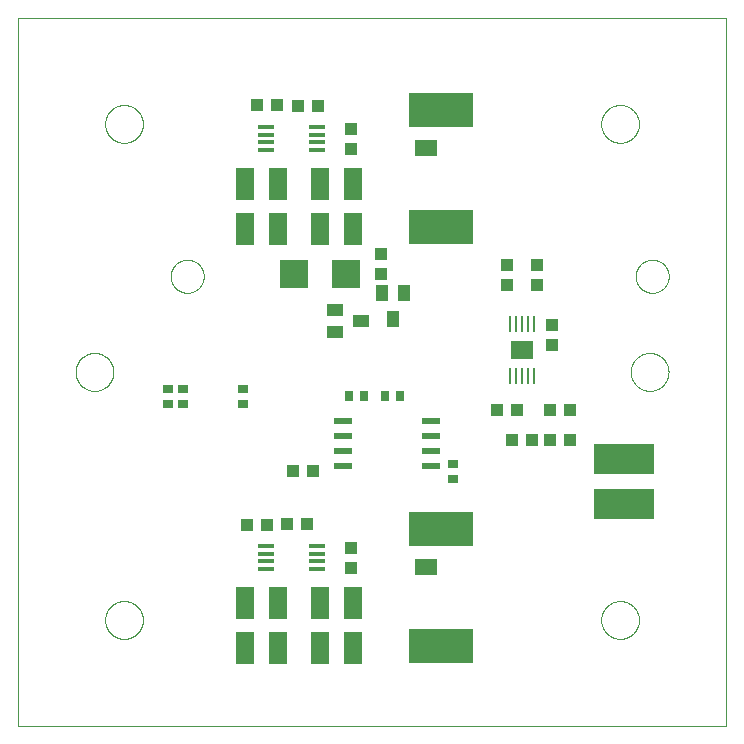
<source format=gtp>
G75*
%MOIN*%
%OFA0B0*%
%FSLAX25Y25*%
%IPPOS*%
%LPD*%
%AMOC8*
5,1,8,0,0,1.08239X$1,22.5*
%
%ADD10C,0.00000*%
%ADD11R,0.03937X0.04331*%
%ADD12R,0.06299X0.10630*%
%ADD13R,0.04331X0.03937*%
%ADD14R,0.09449X0.09449*%
%ADD15R,0.05512X0.03937*%
%ADD16R,0.03937X0.05512*%
%ADD17R,0.05433X0.01772*%
%ADD18R,0.07480X0.05512*%
%ADD19R,0.21260X0.11417*%
%ADD20R,0.01100X0.05600*%
%ADD21R,0.07400X0.06200*%
%ADD22R,0.06100X0.02100*%
%ADD23R,0.03543X0.02756*%
%ADD24R,0.02756X0.03543*%
%ADD25R,0.20000X0.10000*%
D10*
X0001000Y0001000D02*
X0001000Y0237220D01*
X0237220Y0237220D01*
X0237220Y0001000D01*
X0001000Y0001000D01*
X0030134Y0036433D02*
X0030136Y0036591D01*
X0030142Y0036749D01*
X0030152Y0036907D01*
X0030166Y0037065D01*
X0030184Y0037222D01*
X0030205Y0037379D01*
X0030231Y0037535D01*
X0030261Y0037691D01*
X0030294Y0037846D01*
X0030332Y0037999D01*
X0030373Y0038152D01*
X0030418Y0038304D01*
X0030467Y0038455D01*
X0030520Y0038604D01*
X0030576Y0038752D01*
X0030636Y0038898D01*
X0030700Y0039043D01*
X0030768Y0039186D01*
X0030839Y0039328D01*
X0030913Y0039468D01*
X0030991Y0039605D01*
X0031073Y0039741D01*
X0031157Y0039875D01*
X0031246Y0040006D01*
X0031337Y0040135D01*
X0031432Y0040262D01*
X0031529Y0040387D01*
X0031630Y0040509D01*
X0031734Y0040628D01*
X0031841Y0040745D01*
X0031951Y0040859D01*
X0032064Y0040970D01*
X0032179Y0041079D01*
X0032297Y0041184D01*
X0032418Y0041286D01*
X0032541Y0041386D01*
X0032667Y0041482D01*
X0032795Y0041575D01*
X0032925Y0041665D01*
X0033058Y0041751D01*
X0033193Y0041835D01*
X0033329Y0041914D01*
X0033468Y0041991D01*
X0033609Y0042063D01*
X0033751Y0042133D01*
X0033895Y0042198D01*
X0034041Y0042260D01*
X0034188Y0042318D01*
X0034337Y0042373D01*
X0034487Y0042424D01*
X0034638Y0042471D01*
X0034790Y0042514D01*
X0034943Y0042553D01*
X0035098Y0042589D01*
X0035253Y0042620D01*
X0035409Y0042648D01*
X0035565Y0042672D01*
X0035722Y0042692D01*
X0035880Y0042708D01*
X0036037Y0042720D01*
X0036196Y0042728D01*
X0036354Y0042732D01*
X0036512Y0042732D01*
X0036670Y0042728D01*
X0036829Y0042720D01*
X0036986Y0042708D01*
X0037144Y0042692D01*
X0037301Y0042672D01*
X0037457Y0042648D01*
X0037613Y0042620D01*
X0037768Y0042589D01*
X0037923Y0042553D01*
X0038076Y0042514D01*
X0038228Y0042471D01*
X0038379Y0042424D01*
X0038529Y0042373D01*
X0038678Y0042318D01*
X0038825Y0042260D01*
X0038971Y0042198D01*
X0039115Y0042133D01*
X0039257Y0042063D01*
X0039398Y0041991D01*
X0039537Y0041914D01*
X0039673Y0041835D01*
X0039808Y0041751D01*
X0039941Y0041665D01*
X0040071Y0041575D01*
X0040199Y0041482D01*
X0040325Y0041386D01*
X0040448Y0041286D01*
X0040569Y0041184D01*
X0040687Y0041079D01*
X0040802Y0040970D01*
X0040915Y0040859D01*
X0041025Y0040745D01*
X0041132Y0040628D01*
X0041236Y0040509D01*
X0041337Y0040387D01*
X0041434Y0040262D01*
X0041529Y0040135D01*
X0041620Y0040006D01*
X0041709Y0039875D01*
X0041793Y0039741D01*
X0041875Y0039605D01*
X0041953Y0039468D01*
X0042027Y0039328D01*
X0042098Y0039186D01*
X0042166Y0039043D01*
X0042230Y0038898D01*
X0042290Y0038752D01*
X0042346Y0038604D01*
X0042399Y0038455D01*
X0042448Y0038304D01*
X0042493Y0038152D01*
X0042534Y0037999D01*
X0042572Y0037846D01*
X0042605Y0037691D01*
X0042635Y0037535D01*
X0042661Y0037379D01*
X0042682Y0037222D01*
X0042700Y0037065D01*
X0042714Y0036907D01*
X0042724Y0036749D01*
X0042730Y0036591D01*
X0042732Y0036433D01*
X0042730Y0036275D01*
X0042724Y0036117D01*
X0042714Y0035959D01*
X0042700Y0035801D01*
X0042682Y0035644D01*
X0042661Y0035487D01*
X0042635Y0035331D01*
X0042605Y0035175D01*
X0042572Y0035020D01*
X0042534Y0034867D01*
X0042493Y0034714D01*
X0042448Y0034562D01*
X0042399Y0034411D01*
X0042346Y0034262D01*
X0042290Y0034114D01*
X0042230Y0033968D01*
X0042166Y0033823D01*
X0042098Y0033680D01*
X0042027Y0033538D01*
X0041953Y0033398D01*
X0041875Y0033261D01*
X0041793Y0033125D01*
X0041709Y0032991D01*
X0041620Y0032860D01*
X0041529Y0032731D01*
X0041434Y0032604D01*
X0041337Y0032479D01*
X0041236Y0032357D01*
X0041132Y0032238D01*
X0041025Y0032121D01*
X0040915Y0032007D01*
X0040802Y0031896D01*
X0040687Y0031787D01*
X0040569Y0031682D01*
X0040448Y0031580D01*
X0040325Y0031480D01*
X0040199Y0031384D01*
X0040071Y0031291D01*
X0039941Y0031201D01*
X0039808Y0031115D01*
X0039673Y0031031D01*
X0039537Y0030952D01*
X0039398Y0030875D01*
X0039257Y0030803D01*
X0039115Y0030733D01*
X0038971Y0030668D01*
X0038825Y0030606D01*
X0038678Y0030548D01*
X0038529Y0030493D01*
X0038379Y0030442D01*
X0038228Y0030395D01*
X0038076Y0030352D01*
X0037923Y0030313D01*
X0037768Y0030277D01*
X0037613Y0030246D01*
X0037457Y0030218D01*
X0037301Y0030194D01*
X0037144Y0030174D01*
X0036986Y0030158D01*
X0036829Y0030146D01*
X0036670Y0030138D01*
X0036512Y0030134D01*
X0036354Y0030134D01*
X0036196Y0030138D01*
X0036037Y0030146D01*
X0035880Y0030158D01*
X0035722Y0030174D01*
X0035565Y0030194D01*
X0035409Y0030218D01*
X0035253Y0030246D01*
X0035098Y0030277D01*
X0034943Y0030313D01*
X0034790Y0030352D01*
X0034638Y0030395D01*
X0034487Y0030442D01*
X0034337Y0030493D01*
X0034188Y0030548D01*
X0034041Y0030606D01*
X0033895Y0030668D01*
X0033751Y0030733D01*
X0033609Y0030803D01*
X0033468Y0030875D01*
X0033329Y0030952D01*
X0033193Y0031031D01*
X0033058Y0031115D01*
X0032925Y0031201D01*
X0032795Y0031291D01*
X0032667Y0031384D01*
X0032541Y0031480D01*
X0032418Y0031580D01*
X0032297Y0031682D01*
X0032179Y0031787D01*
X0032064Y0031896D01*
X0031951Y0032007D01*
X0031841Y0032121D01*
X0031734Y0032238D01*
X0031630Y0032357D01*
X0031529Y0032479D01*
X0031432Y0032604D01*
X0031337Y0032731D01*
X0031246Y0032860D01*
X0031157Y0032991D01*
X0031073Y0033125D01*
X0030991Y0033261D01*
X0030913Y0033398D01*
X0030839Y0033538D01*
X0030768Y0033680D01*
X0030700Y0033823D01*
X0030636Y0033968D01*
X0030576Y0034114D01*
X0030520Y0034262D01*
X0030467Y0034411D01*
X0030418Y0034562D01*
X0030373Y0034714D01*
X0030332Y0034867D01*
X0030294Y0035020D01*
X0030261Y0035175D01*
X0030231Y0035331D01*
X0030205Y0035487D01*
X0030184Y0035644D01*
X0030166Y0035801D01*
X0030152Y0035959D01*
X0030142Y0036117D01*
X0030136Y0036275D01*
X0030134Y0036433D01*
X0020292Y0119110D02*
X0020294Y0119268D01*
X0020300Y0119426D01*
X0020310Y0119584D01*
X0020324Y0119742D01*
X0020342Y0119899D01*
X0020363Y0120056D01*
X0020389Y0120212D01*
X0020419Y0120368D01*
X0020452Y0120523D01*
X0020490Y0120676D01*
X0020531Y0120829D01*
X0020576Y0120981D01*
X0020625Y0121132D01*
X0020678Y0121281D01*
X0020734Y0121429D01*
X0020794Y0121575D01*
X0020858Y0121720D01*
X0020926Y0121863D01*
X0020997Y0122005D01*
X0021071Y0122145D01*
X0021149Y0122282D01*
X0021231Y0122418D01*
X0021315Y0122552D01*
X0021404Y0122683D01*
X0021495Y0122812D01*
X0021590Y0122939D01*
X0021687Y0123064D01*
X0021788Y0123186D01*
X0021892Y0123305D01*
X0021999Y0123422D01*
X0022109Y0123536D01*
X0022222Y0123647D01*
X0022337Y0123756D01*
X0022455Y0123861D01*
X0022576Y0123963D01*
X0022699Y0124063D01*
X0022825Y0124159D01*
X0022953Y0124252D01*
X0023083Y0124342D01*
X0023216Y0124428D01*
X0023351Y0124512D01*
X0023487Y0124591D01*
X0023626Y0124668D01*
X0023767Y0124740D01*
X0023909Y0124810D01*
X0024053Y0124875D01*
X0024199Y0124937D01*
X0024346Y0124995D01*
X0024495Y0125050D01*
X0024645Y0125101D01*
X0024796Y0125148D01*
X0024948Y0125191D01*
X0025101Y0125230D01*
X0025256Y0125266D01*
X0025411Y0125297D01*
X0025567Y0125325D01*
X0025723Y0125349D01*
X0025880Y0125369D01*
X0026038Y0125385D01*
X0026195Y0125397D01*
X0026354Y0125405D01*
X0026512Y0125409D01*
X0026670Y0125409D01*
X0026828Y0125405D01*
X0026987Y0125397D01*
X0027144Y0125385D01*
X0027302Y0125369D01*
X0027459Y0125349D01*
X0027615Y0125325D01*
X0027771Y0125297D01*
X0027926Y0125266D01*
X0028081Y0125230D01*
X0028234Y0125191D01*
X0028386Y0125148D01*
X0028537Y0125101D01*
X0028687Y0125050D01*
X0028836Y0124995D01*
X0028983Y0124937D01*
X0029129Y0124875D01*
X0029273Y0124810D01*
X0029415Y0124740D01*
X0029556Y0124668D01*
X0029695Y0124591D01*
X0029831Y0124512D01*
X0029966Y0124428D01*
X0030099Y0124342D01*
X0030229Y0124252D01*
X0030357Y0124159D01*
X0030483Y0124063D01*
X0030606Y0123963D01*
X0030727Y0123861D01*
X0030845Y0123756D01*
X0030960Y0123647D01*
X0031073Y0123536D01*
X0031183Y0123422D01*
X0031290Y0123305D01*
X0031394Y0123186D01*
X0031495Y0123064D01*
X0031592Y0122939D01*
X0031687Y0122812D01*
X0031778Y0122683D01*
X0031867Y0122552D01*
X0031951Y0122418D01*
X0032033Y0122282D01*
X0032111Y0122145D01*
X0032185Y0122005D01*
X0032256Y0121863D01*
X0032324Y0121720D01*
X0032388Y0121575D01*
X0032448Y0121429D01*
X0032504Y0121281D01*
X0032557Y0121132D01*
X0032606Y0120981D01*
X0032651Y0120829D01*
X0032692Y0120676D01*
X0032730Y0120523D01*
X0032763Y0120368D01*
X0032793Y0120212D01*
X0032819Y0120056D01*
X0032840Y0119899D01*
X0032858Y0119742D01*
X0032872Y0119584D01*
X0032882Y0119426D01*
X0032888Y0119268D01*
X0032890Y0119110D01*
X0032888Y0118952D01*
X0032882Y0118794D01*
X0032872Y0118636D01*
X0032858Y0118478D01*
X0032840Y0118321D01*
X0032819Y0118164D01*
X0032793Y0118008D01*
X0032763Y0117852D01*
X0032730Y0117697D01*
X0032692Y0117544D01*
X0032651Y0117391D01*
X0032606Y0117239D01*
X0032557Y0117088D01*
X0032504Y0116939D01*
X0032448Y0116791D01*
X0032388Y0116645D01*
X0032324Y0116500D01*
X0032256Y0116357D01*
X0032185Y0116215D01*
X0032111Y0116075D01*
X0032033Y0115938D01*
X0031951Y0115802D01*
X0031867Y0115668D01*
X0031778Y0115537D01*
X0031687Y0115408D01*
X0031592Y0115281D01*
X0031495Y0115156D01*
X0031394Y0115034D01*
X0031290Y0114915D01*
X0031183Y0114798D01*
X0031073Y0114684D01*
X0030960Y0114573D01*
X0030845Y0114464D01*
X0030727Y0114359D01*
X0030606Y0114257D01*
X0030483Y0114157D01*
X0030357Y0114061D01*
X0030229Y0113968D01*
X0030099Y0113878D01*
X0029966Y0113792D01*
X0029831Y0113708D01*
X0029695Y0113629D01*
X0029556Y0113552D01*
X0029415Y0113480D01*
X0029273Y0113410D01*
X0029129Y0113345D01*
X0028983Y0113283D01*
X0028836Y0113225D01*
X0028687Y0113170D01*
X0028537Y0113119D01*
X0028386Y0113072D01*
X0028234Y0113029D01*
X0028081Y0112990D01*
X0027926Y0112954D01*
X0027771Y0112923D01*
X0027615Y0112895D01*
X0027459Y0112871D01*
X0027302Y0112851D01*
X0027144Y0112835D01*
X0026987Y0112823D01*
X0026828Y0112815D01*
X0026670Y0112811D01*
X0026512Y0112811D01*
X0026354Y0112815D01*
X0026195Y0112823D01*
X0026038Y0112835D01*
X0025880Y0112851D01*
X0025723Y0112871D01*
X0025567Y0112895D01*
X0025411Y0112923D01*
X0025256Y0112954D01*
X0025101Y0112990D01*
X0024948Y0113029D01*
X0024796Y0113072D01*
X0024645Y0113119D01*
X0024495Y0113170D01*
X0024346Y0113225D01*
X0024199Y0113283D01*
X0024053Y0113345D01*
X0023909Y0113410D01*
X0023767Y0113480D01*
X0023626Y0113552D01*
X0023487Y0113629D01*
X0023351Y0113708D01*
X0023216Y0113792D01*
X0023083Y0113878D01*
X0022953Y0113968D01*
X0022825Y0114061D01*
X0022699Y0114157D01*
X0022576Y0114257D01*
X0022455Y0114359D01*
X0022337Y0114464D01*
X0022222Y0114573D01*
X0022109Y0114684D01*
X0021999Y0114798D01*
X0021892Y0114915D01*
X0021788Y0115034D01*
X0021687Y0115156D01*
X0021590Y0115281D01*
X0021495Y0115408D01*
X0021404Y0115537D01*
X0021315Y0115668D01*
X0021231Y0115802D01*
X0021149Y0115938D01*
X0021071Y0116075D01*
X0020997Y0116215D01*
X0020926Y0116357D01*
X0020858Y0116500D01*
X0020794Y0116645D01*
X0020734Y0116791D01*
X0020678Y0116939D01*
X0020625Y0117088D01*
X0020576Y0117239D01*
X0020531Y0117391D01*
X0020490Y0117544D01*
X0020452Y0117697D01*
X0020419Y0117852D01*
X0020389Y0118008D01*
X0020363Y0118164D01*
X0020342Y0118321D01*
X0020324Y0118478D01*
X0020310Y0118636D01*
X0020300Y0118794D01*
X0020294Y0118952D01*
X0020292Y0119110D01*
X0051988Y0151000D02*
X0051990Y0151148D01*
X0051996Y0151296D01*
X0052006Y0151444D01*
X0052020Y0151591D01*
X0052038Y0151738D01*
X0052059Y0151884D01*
X0052085Y0152030D01*
X0052115Y0152175D01*
X0052148Y0152319D01*
X0052186Y0152462D01*
X0052227Y0152604D01*
X0052272Y0152745D01*
X0052320Y0152885D01*
X0052373Y0153024D01*
X0052429Y0153161D01*
X0052489Y0153296D01*
X0052552Y0153430D01*
X0052619Y0153562D01*
X0052690Y0153692D01*
X0052764Y0153820D01*
X0052841Y0153946D01*
X0052922Y0154070D01*
X0053006Y0154192D01*
X0053093Y0154311D01*
X0053184Y0154428D01*
X0053278Y0154543D01*
X0053374Y0154655D01*
X0053474Y0154765D01*
X0053576Y0154871D01*
X0053682Y0154975D01*
X0053790Y0155076D01*
X0053901Y0155174D01*
X0054014Y0155270D01*
X0054130Y0155362D01*
X0054248Y0155451D01*
X0054369Y0155536D01*
X0054492Y0155619D01*
X0054617Y0155698D01*
X0054744Y0155774D01*
X0054873Y0155846D01*
X0055004Y0155915D01*
X0055137Y0155980D01*
X0055272Y0156041D01*
X0055408Y0156099D01*
X0055545Y0156154D01*
X0055684Y0156204D01*
X0055825Y0156251D01*
X0055966Y0156294D01*
X0056109Y0156334D01*
X0056253Y0156369D01*
X0056397Y0156401D01*
X0056543Y0156428D01*
X0056689Y0156452D01*
X0056836Y0156472D01*
X0056983Y0156488D01*
X0057130Y0156500D01*
X0057278Y0156508D01*
X0057426Y0156512D01*
X0057574Y0156512D01*
X0057722Y0156508D01*
X0057870Y0156500D01*
X0058017Y0156488D01*
X0058164Y0156472D01*
X0058311Y0156452D01*
X0058457Y0156428D01*
X0058603Y0156401D01*
X0058747Y0156369D01*
X0058891Y0156334D01*
X0059034Y0156294D01*
X0059175Y0156251D01*
X0059316Y0156204D01*
X0059455Y0156154D01*
X0059592Y0156099D01*
X0059728Y0156041D01*
X0059863Y0155980D01*
X0059996Y0155915D01*
X0060127Y0155846D01*
X0060256Y0155774D01*
X0060383Y0155698D01*
X0060508Y0155619D01*
X0060631Y0155536D01*
X0060752Y0155451D01*
X0060870Y0155362D01*
X0060986Y0155270D01*
X0061099Y0155174D01*
X0061210Y0155076D01*
X0061318Y0154975D01*
X0061424Y0154871D01*
X0061526Y0154765D01*
X0061626Y0154655D01*
X0061722Y0154543D01*
X0061816Y0154428D01*
X0061907Y0154311D01*
X0061994Y0154192D01*
X0062078Y0154070D01*
X0062159Y0153946D01*
X0062236Y0153820D01*
X0062310Y0153692D01*
X0062381Y0153562D01*
X0062448Y0153430D01*
X0062511Y0153296D01*
X0062571Y0153161D01*
X0062627Y0153024D01*
X0062680Y0152885D01*
X0062728Y0152745D01*
X0062773Y0152604D01*
X0062814Y0152462D01*
X0062852Y0152319D01*
X0062885Y0152175D01*
X0062915Y0152030D01*
X0062941Y0151884D01*
X0062962Y0151738D01*
X0062980Y0151591D01*
X0062994Y0151444D01*
X0063004Y0151296D01*
X0063010Y0151148D01*
X0063012Y0151000D01*
X0063010Y0150852D01*
X0063004Y0150704D01*
X0062994Y0150556D01*
X0062980Y0150409D01*
X0062962Y0150262D01*
X0062941Y0150116D01*
X0062915Y0149970D01*
X0062885Y0149825D01*
X0062852Y0149681D01*
X0062814Y0149538D01*
X0062773Y0149396D01*
X0062728Y0149255D01*
X0062680Y0149115D01*
X0062627Y0148976D01*
X0062571Y0148839D01*
X0062511Y0148704D01*
X0062448Y0148570D01*
X0062381Y0148438D01*
X0062310Y0148308D01*
X0062236Y0148180D01*
X0062159Y0148054D01*
X0062078Y0147930D01*
X0061994Y0147808D01*
X0061907Y0147689D01*
X0061816Y0147572D01*
X0061722Y0147457D01*
X0061626Y0147345D01*
X0061526Y0147235D01*
X0061424Y0147129D01*
X0061318Y0147025D01*
X0061210Y0146924D01*
X0061099Y0146826D01*
X0060986Y0146730D01*
X0060870Y0146638D01*
X0060752Y0146549D01*
X0060631Y0146464D01*
X0060508Y0146381D01*
X0060383Y0146302D01*
X0060256Y0146226D01*
X0060127Y0146154D01*
X0059996Y0146085D01*
X0059863Y0146020D01*
X0059728Y0145959D01*
X0059592Y0145901D01*
X0059455Y0145846D01*
X0059316Y0145796D01*
X0059175Y0145749D01*
X0059034Y0145706D01*
X0058891Y0145666D01*
X0058747Y0145631D01*
X0058603Y0145599D01*
X0058457Y0145572D01*
X0058311Y0145548D01*
X0058164Y0145528D01*
X0058017Y0145512D01*
X0057870Y0145500D01*
X0057722Y0145492D01*
X0057574Y0145488D01*
X0057426Y0145488D01*
X0057278Y0145492D01*
X0057130Y0145500D01*
X0056983Y0145512D01*
X0056836Y0145528D01*
X0056689Y0145548D01*
X0056543Y0145572D01*
X0056397Y0145599D01*
X0056253Y0145631D01*
X0056109Y0145666D01*
X0055966Y0145706D01*
X0055825Y0145749D01*
X0055684Y0145796D01*
X0055545Y0145846D01*
X0055408Y0145901D01*
X0055272Y0145959D01*
X0055137Y0146020D01*
X0055004Y0146085D01*
X0054873Y0146154D01*
X0054744Y0146226D01*
X0054617Y0146302D01*
X0054492Y0146381D01*
X0054369Y0146464D01*
X0054248Y0146549D01*
X0054130Y0146638D01*
X0054014Y0146730D01*
X0053901Y0146826D01*
X0053790Y0146924D01*
X0053682Y0147025D01*
X0053576Y0147129D01*
X0053474Y0147235D01*
X0053374Y0147345D01*
X0053278Y0147457D01*
X0053184Y0147572D01*
X0053093Y0147689D01*
X0053006Y0147808D01*
X0052922Y0147930D01*
X0052841Y0148054D01*
X0052764Y0148180D01*
X0052690Y0148308D01*
X0052619Y0148438D01*
X0052552Y0148570D01*
X0052489Y0148704D01*
X0052429Y0148839D01*
X0052373Y0148976D01*
X0052320Y0149115D01*
X0052272Y0149255D01*
X0052227Y0149396D01*
X0052186Y0149538D01*
X0052148Y0149681D01*
X0052115Y0149825D01*
X0052085Y0149970D01*
X0052059Y0150116D01*
X0052038Y0150262D01*
X0052020Y0150409D01*
X0052006Y0150556D01*
X0051996Y0150704D01*
X0051990Y0150852D01*
X0051988Y0151000D01*
X0030134Y0201787D02*
X0030136Y0201945D01*
X0030142Y0202103D01*
X0030152Y0202261D01*
X0030166Y0202419D01*
X0030184Y0202576D01*
X0030205Y0202733D01*
X0030231Y0202889D01*
X0030261Y0203045D01*
X0030294Y0203200D01*
X0030332Y0203353D01*
X0030373Y0203506D01*
X0030418Y0203658D01*
X0030467Y0203809D01*
X0030520Y0203958D01*
X0030576Y0204106D01*
X0030636Y0204252D01*
X0030700Y0204397D01*
X0030768Y0204540D01*
X0030839Y0204682D01*
X0030913Y0204822D01*
X0030991Y0204959D01*
X0031073Y0205095D01*
X0031157Y0205229D01*
X0031246Y0205360D01*
X0031337Y0205489D01*
X0031432Y0205616D01*
X0031529Y0205741D01*
X0031630Y0205863D01*
X0031734Y0205982D01*
X0031841Y0206099D01*
X0031951Y0206213D01*
X0032064Y0206324D01*
X0032179Y0206433D01*
X0032297Y0206538D01*
X0032418Y0206640D01*
X0032541Y0206740D01*
X0032667Y0206836D01*
X0032795Y0206929D01*
X0032925Y0207019D01*
X0033058Y0207105D01*
X0033193Y0207189D01*
X0033329Y0207268D01*
X0033468Y0207345D01*
X0033609Y0207417D01*
X0033751Y0207487D01*
X0033895Y0207552D01*
X0034041Y0207614D01*
X0034188Y0207672D01*
X0034337Y0207727D01*
X0034487Y0207778D01*
X0034638Y0207825D01*
X0034790Y0207868D01*
X0034943Y0207907D01*
X0035098Y0207943D01*
X0035253Y0207974D01*
X0035409Y0208002D01*
X0035565Y0208026D01*
X0035722Y0208046D01*
X0035880Y0208062D01*
X0036037Y0208074D01*
X0036196Y0208082D01*
X0036354Y0208086D01*
X0036512Y0208086D01*
X0036670Y0208082D01*
X0036829Y0208074D01*
X0036986Y0208062D01*
X0037144Y0208046D01*
X0037301Y0208026D01*
X0037457Y0208002D01*
X0037613Y0207974D01*
X0037768Y0207943D01*
X0037923Y0207907D01*
X0038076Y0207868D01*
X0038228Y0207825D01*
X0038379Y0207778D01*
X0038529Y0207727D01*
X0038678Y0207672D01*
X0038825Y0207614D01*
X0038971Y0207552D01*
X0039115Y0207487D01*
X0039257Y0207417D01*
X0039398Y0207345D01*
X0039537Y0207268D01*
X0039673Y0207189D01*
X0039808Y0207105D01*
X0039941Y0207019D01*
X0040071Y0206929D01*
X0040199Y0206836D01*
X0040325Y0206740D01*
X0040448Y0206640D01*
X0040569Y0206538D01*
X0040687Y0206433D01*
X0040802Y0206324D01*
X0040915Y0206213D01*
X0041025Y0206099D01*
X0041132Y0205982D01*
X0041236Y0205863D01*
X0041337Y0205741D01*
X0041434Y0205616D01*
X0041529Y0205489D01*
X0041620Y0205360D01*
X0041709Y0205229D01*
X0041793Y0205095D01*
X0041875Y0204959D01*
X0041953Y0204822D01*
X0042027Y0204682D01*
X0042098Y0204540D01*
X0042166Y0204397D01*
X0042230Y0204252D01*
X0042290Y0204106D01*
X0042346Y0203958D01*
X0042399Y0203809D01*
X0042448Y0203658D01*
X0042493Y0203506D01*
X0042534Y0203353D01*
X0042572Y0203200D01*
X0042605Y0203045D01*
X0042635Y0202889D01*
X0042661Y0202733D01*
X0042682Y0202576D01*
X0042700Y0202419D01*
X0042714Y0202261D01*
X0042724Y0202103D01*
X0042730Y0201945D01*
X0042732Y0201787D01*
X0042730Y0201629D01*
X0042724Y0201471D01*
X0042714Y0201313D01*
X0042700Y0201155D01*
X0042682Y0200998D01*
X0042661Y0200841D01*
X0042635Y0200685D01*
X0042605Y0200529D01*
X0042572Y0200374D01*
X0042534Y0200221D01*
X0042493Y0200068D01*
X0042448Y0199916D01*
X0042399Y0199765D01*
X0042346Y0199616D01*
X0042290Y0199468D01*
X0042230Y0199322D01*
X0042166Y0199177D01*
X0042098Y0199034D01*
X0042027Y0198892D01*
X0041953Y0198752D01*
X0041875Y0198615D01*
X0041793Y0198479D01*
X0041709Y0198345D01*
X0041620Y0198214D01*
X0041529Y0198085D01*
X0041434Y0197958D01*
X0041337Y0197833D01*
X0041236Y0197711D01*
X0041132Y0197592D01*
X0041025Y0197475D01*
X0040915Y0197361D01*
X0040802Y0197250D01*
X0040687Y0197141D01*
X0040569Y0197036D01*
X0040448Y0196934D01*
X0040325Y0196834D01*
X0040199Y0196738D01*
X0040071Y0196645D01*
X0039941Y0196555D01*
X0039808Y0196469D01*
X0039673Y0196385D01*
X0039537Y0196306D01*
X0039398Y0196229D01*
X0039257Y0196157D01*
X0039115Y0196087D01*
X0038971Y0196022D01*
X0038825Y0195960D01*
X0038678Y0195902D01*
X0038529Y0195847D01*
X0038379Y0195796D01*
X0038228Y0195749D01*
X0038076Y0195706D01*
X0037923Y0195667D01*
X0037768Y0195631D01*
X0037613Y0195600D01*
X0037457Y0195572D01*
X0037301Y0195548D01*
X0037144Y0195528D01*
X0036986Y0195512D01*
X0036829Y0195500D01*
X0036670Y0195492D01*
X0036512Y0195488D01*
X0036354Y0195488D01*
X0036196Y0195492D01*
X0036037Y0195500D01*
X0035880Y0195512D01*
X0035722Y0195528D01*
X0035565Y0195548D01*
X0035409Y0195572D01*
X0035253Y0195600D01*
X0035098Y0195631D01*
X0034943Y0195667D01*
X0034790Y0195706D01*
X0034638Y0195749D01*
X0034487Y0195796D01*
X0034337Y0195847D01*
X0034188Y0195902D01*
X0034041Y0195960D01*
X0033895Y0196022D01*
X0033751Y0196087D01*
X0033609Y0196157D01*
X0033468Y0196229D01*
X0033329Y0196306D01*
X0033193Y0196385D01*
X0033058Y0196469D01*
X0032925Y0196555D01*
X0032795Y0196645D01*
X0032667Y0196738D01*
X0032541Y0196834D01*
X0032418Y0196934D01*
X0032297Y0197036D01*
X0032179Y0197141D01*
X0032064Y0197250D01*
X0031951Y0197361D01*
X0031841Y0197475D01*
X0031734Y0197592D01*
X0031630Y0197711D01*
X0031529Y0197833D01*
X0031432Y0197958D01*
X0031337Y0198085D01*
X0031246Y0198214D01*
X0031157Y0198345D01*
X0031073Y0198479D01*
X0030991Y0198615D01*
X0030913Y0198752D01*
X0030839Y0198892D01*
X0030768Y0199034D01*
X0030700Y0199177D01*
X0030636Y0199322D01*
X0030576Y0199468D01*
X0030520Y0199616D01*
X0030467Y0199765D01*
X0030418Y0199916D01*
X0030373Y0200068D01*
X0030332Y0200221D01*
X0030294Y0200374D01*
X0030261Y0200529D01*
X0030231Y0200685D01*
X0030205Y0200841D01*
X0030184Y0200998D01*
X0030166Y0201155D01*
X0030152Y0201313D01*
X0030142Y0201471D01*
X0030136Y0201629D01*
X0030134Y0201787D01*
X0195488Y0201787D02*
X0195490Y0201945D01*
X0195496Y0202103D01*
X0195506Y0202261D01*
X0195520Y0202419D01*
X0195538Y0202576D01*
X0195559Y0202733D01*
X0195585Y0202889D01*
X0195615Y0203045D01*
X0195648Y0203200D01*
X0195686Y0203353D01*
X0195727Y0203506D01*
X0195772Y0203658D01*
X0195821Y0203809D01*
X0195874Y0203958D01*
X0195930Y0204106D01*
X0195990Y0204252D01*
X0196054Y0204397D01*
X0196122Y0204540D01*
X0196193Y0204682D01*
X0196267Y0204822D01*
X0196345Y0204959D01*
X0196427Y0205095D01*
X0196511Y0205229D01*
X0196600Y0205360D01*
X0196691Y0205489D01*
X0196786Y0205616D01*
X0196883Y0205741D01*
X0196984Y0205863D01*
X0197088Y0205982D01*
X0197195Y0206099D01*
X0197305Y0206213D01*
X0197418Y0206324D01*
X0197533Y0206433D01*
X0197651Y0206538D01*
X0197772Y0206640D01*
X0197895Y0206740D01*
X0198021Y0206836D01*
X0198149Y0206929D01*
X0198279Y0207019D01*
X0198412Y0207105D01*
X0198547Y0207189D01*
X0198683Y0207268D01*
X0198822Y0207345D01*
X0198963Y0207417D01*
X0199105Y0207487D01*
X0199249Y0207552D01*
X0199395Y0207614D01*
X0199542Y0207672D01*
X0199691Y0207727D01*
X0199841Y0207778D01*
X0199992Y0207825D01*
X0200144Y0207868D01*
X0200297Y0207907D01*
X0200452Y0207943D01*
X0200607Y0207974D01*
X0200763Y0208002D01*
X0200919Y0208026D01*
X0201076Y0208046D01*
X0201234Y0208062D01*
X0201391Y0208074D01*
X0201550Y0208082D01*
X0201708Y0208086D01*
X0201866Y0208086D01*
X0202024Y0208082D01*
X0202183Y0208074D01*
X0202340Y0208062D01*
X0202498Y0208046D01*
X0202655Y0208026D01*
X0202811Y0208002D01*
X0202967Y0207974D01*
X0203122Y0207943D01*
X0203277Y0207907D01*
X0203430Y0207868D01*
X0203582Y0207825D01*
X0203733Y0207778D01*
X0203883Y0207727D01*
X0204032Y0207672D01*
X0204179Y0207614D01*
X0204325Y0207552D01*
X0204469Y0207487D01*
X0204611Y0207417D01*
X0204752Y0207345D01*
X0204891Y0207268D01*
X0205027Y0207189D01*
X0205162Y0207105D01*
X0205295Y0207019D01*
X0205425Y0206929D01*
X0205553Y0206836D01*
X0205679Y0206740D01*
X0205802Y0206640D01*
X0205923Y0206538D01*
X0206041Y0206433D01*
X0206156Y0206324D01*
X0206269Y0206213D01*
X0206379Y0206099D01*
X0206486Y0205982D01*
X0206590Y0205863D01*
X0206691Y0205741D01*
X0206788Y0205616D01*
X0206883Y0205489D01*
X0206974Y0205360D01*
X0207063Y0205229D01*
X0207147Y0205095D01*
X0207229Y0204959D01*
X0207307Y0204822D01*
X0207381Y0204682D01*
X0207452Y0204540D01*
X0207520Y0204397D01*
X0207584Y0204252D01*
X0207644Y0204106D01*
X0207700Y0203958D01*
X0207753Y0203809D01*
X0207802Y0203658D01*
X0207847Y0203506D01*
X0207888Y0203353D01*
X0207926Y0203200D01*
X0207959Y0203045D01*
X0207989Y0202889D01*
X0208015Y0202733D01*
X0208036Y0202576D01*
X0208054Y0202419D01*
X0208068Y0202261D01*
X0208078Y0202103D01*
X0208084Y0201945D01*
X0208086Y0201787D01*
X0208084Y0201629D01*
X0208078Y0201471D01*
X0208068Y0201313D01*
X0208054Y0201155D01*
X0208036Y0200998D01*
X0208015Y0200841D01*
X0207989Y0200685D01*
X0207959Y0200529D01*
X0207926Y0200374D01*
X0207888Y0200221D01*
X0207847Y0200068D01*
X0207802Y0199916D01*
X0207753Y0199765D01*
X0207700Y0199616D01*
X0207644Y0199468D01*
X0207584Y0199322D01*
X0207520Y0199177D01*
X0207452Y0199034D01*
X0207381Y0198892D01*
X0207307Y0198752D01*
X0207229Y0198615D01*
X0207147Y0198479D01*
X0207063Y0198345D01*
X0206974Y0198214D01*
X0206883Y0198085D01*
X0206788Y0197958D01*
X0206691Y0197833D01*
X0206590Y0197711D01*
X0206486Y0197592D01*
X0206379Y0197475D01*
X0206269Y0197361D01*
X0206156Y0197250D01*
X0206041Y0197141D01*
X0205923Y0197036D01*
X0205802Y0196934D01*
X0205679Y0196834D01*
X0205553Y0196738D01*
X0205425Y0196645D01*
X0205295Y0196555D01*
X0205162Y0196469D01*
X0205027Y0196385D01*
X0204891Y0196306D01*
X0204752Y0196229D01*
X0204611Y0196157D01*
X0204469Y0196087D01*
X0204325Y0196022D01*
X0204179Y0195960D01*
X0204032Y0195902D01*
X0203883Y0195847D01*
X0203733Y0195796D01*
X0203582Y0195749D01*
X0203430Y0195706D01*
X0203277Y0195667D01*
X0203122Y0195631D01*
X0202967Y0195600D01*
X0202811Y0195572D01*
X0202655Y0195548D01*
X0202498Y0195528D01*
X0202340Y0195512D01*
X0202183Y0195500D01*
X0202024Y0195492D01*
X0201866Y0195488D01*
X0201708Y0195488D01*
X0201550Y0195492D01*
X0201391Y0195500D01*
X0201234Y0195512D01*
X0201076Y0195528D01*
X0200919Y0195548D01*
X0200763Y0195572D01*
X0200607Y0195600D01*
X0200452Y0195631D01*
X0200297Y0195667D01*
X0200144Y0195706D01*
X0199992Y0195749D01*
X0199841Y0195796D01*
X0199691Y0195847D01*
X0199542Y0195902D01*
X0199395Y0195960D01*
X0199249Y0196022D01*
X0199105Y0196087D01*
X0198963Y0196157D01*
X0198822Y0196229D01*
X0198683Y0196306D01*
X0198547Y0196385D01*
X0198412Y0196469D01*
X0198279Y0196555D01*
X0198149Y0196645D01*
X0198021Y0196738D01*
X0197895Y0196834D01*
X0197772Y0196934D01*
X0197651Y0197036D01*
X0197533Y0197141D01*
X0197418Y0197250D01*
X0197305Y0197361D01*
X0197195Y0197475D01*
X0197088Y0197592D01*
X0196984Y0197711D01*
X0196883Y0197833D01*
X0196786Y0197958D01*
X0196691Y0198085D01*
X0196600Y0198214D01*
X0196511Y0198345D01*
X0196427Y0198479D01*
X0196345Y0198615D01*
X0196267Y0198752D01*
X0196193Y0198892D01*
X0196122Y0199034D01*
X0196054Y0199177D01*
X0195990Y0199322D01*
X0195930Y0199468D01*
X0195874Y0199616D01*
X0195821Y0199765D01*
X0195772Y0199916D01*
X0195727Y0200068D01*
X0195686Y0200221D01*
X0195648Y0200374D01*
X0195615Y0200529D01*
X0195585Y0200685D01*
X0195559Y0200841D01*
X0195538Y0200998D01*
X0195520Y0201155D01*
X0195506Y0201313D01*
X0195496Y0201471D01*
X0195490Y0201629D01*
X0195488Y0201787D01*
X0206988Y0151000D02*
X0206990Y0151148D01*
X0206996Y0151296D01*
X0207006Y0151444D01*
X0207020Y0151591D01*
X0207038Y0151738D01*
X0207059Y0151884D01*
X0207085Y0152030D01*
X0207115Y0152175D01*
X0207148Y0152319D01*
X0207186Y0152462D01*
X0207227Y0152604D01*
X0207272Y0152745D01*
X0207320Y0152885D01*
X0207373Y0153024D01*
X0207429Y0153161D01*
X0207489Y0153296D01*
X0207552Y0153430D01*
X0207619Y0153562D01*
X0207690Y0153692D01*
X0207764Y0153820D01*
X0207841Y0153946D01*
X0207922Y0154070D01*
X0208006Y0154192D01*
X0208093Y0154311D01*
X0208184Y0154428D01*
X0208278Y0154543D01*
X0208374Y0154655D01*
X0208474Y0154765D01*
X0208576Y0154871D01*
X0208682Y0154975D01*
X0208790Y0155076D01*
X0208901Y0155174D01*
X0209014Y0155270D01*
X0209130Y0155362D01*
X0209248Y0155451D01*
X0209369Y0155536D01*
X0209492Y0155619D01*
X0209617Y0155698D01*
X0209744Y0155774D01*
X0209873Y0155846D01*
X0210004Y0155915D01*
X0210137Y0155980D01*
X0210272Y0156041D01*
X0210408Y0156099D01*
X0210545Y0156154D01*
X0210684Y0156204D01*
X0210825Y0156251D01*
X0210966Y0156294D01*
X0211109Y0156334D01*
X0211253Y0156369D01*
X0211397Y0156401D01*
X0211543Y0156428D01*
X0211689Y0156452D01*
X0211836Y0156472D01*
X0211983Y0156488D01*
X0212130Y0156500D01*
X0212278Y0156508D01*
X0212426Y0156512D01*
X0212574Y0156512D01*
X0212722Y0156508D01*
X0212870Y0156500D01*
X0213017Y0156488D01*
X0213164Y0156472D01*
X0213311Y0156452D01*
X0213457Y0156428D01*
X0213603Y0156401D01*
X0213747Y0156369D01*
X0213891Y0156334D01*
X0214034Y0156294D01*
X0214175Y0156251D01*
X0214316Y0156204D01*
X0214455Y0156154D01*
X0214592Y0156099D01*
X0214728Y0156041D01*
X0214863Y0155980D01*
X0214996Y0155915D01*
X0215127Y0155846D01*
X0215256Y0155774D01*
X0215383Y0155698D01*
X0215508Y0155619D01*
X0215631Y0155536D01*
X0215752Y0155451D01*
X0215870Y0155362D01*
X0215986Y0155270D01*
X0216099Y0155174D01*
X0216210Y0155076D01*
X0216318Y0154975D01*
X0216424Y0154871D01*
X0216526Y0154765D01*
X0216626Y0154655D01*
X0216722Y0154543D01*
X0216816Y0154428D01*
X0216907Y0154311D01*
X0216994Y0154192D01*
X0217078Y0154070D01*
X0217159Y0153946D01*
X0217236Y0153820D01*
X0217310Y0153692D01*
X0217381Y0153562D01*
X0217448Y0153430D01*
X0217511Y0153296D01*
X0217571Y0153161D01*
X0217627Y0153024D01*
X0217680Y0152885D01*
X0217728Y0152745D01*
X0217773Y0152604D01*
X0217814Y0152462D01*
X0217852Y0152319D01*
X0217885Y0152175D01*
X0217915Y0152030D01*
X0217941Y0151884D01*
X0217962Y0151738D01*
X0217980Y0151591D01*
X0217994Y0151444D01*
X0218004Y0151296D01*
X0218010Y0151148D01*
X0218012Y0151000D01*
X0218010Y0150852D01*
X0218004Y0150704D01*
X0217994Y0150556D01*
X0217980Y0150409D01*
X0217962Y0150262D01*
X0217941Y0150116D01*
X0217915Y0149970D01*
X0217885Y0149825D01*
X0217852Y0149681D01*
X0217814Y0149538D01*
X0217773Y0149396D01*
X0217728Y0149255D01*
X0217680Y0149115D01*
X0217627Y0148976D01*
X0217571Y0148839D01*
X0217511Y0148704D01*
X0217448Y0148570D01*
X0217381Y0148438D01*
X0217310Y0148308D01*
X0217236Y0148180D01*
X0217159Y0148054D01*
X0217078Y0147930D01*
X0216994Y0147808D01*
X0216907Y0147689D01*
X0216816Y0147572D01*
X0216722Y0147457D01*
X0216626Y0147345D01*
X0216526Y0147235D01*
X0216424Y0147129D01*
X0216318Y0147025D01*
X0216210Y0146924D01*
X0216099Y0146826D01*
X0215986Y0146730D01*
X0215870Y0146638D01*
X0215752Y0146549D01*
X0215631Y0146464D01*
X0215508Y0146381D01*
X0215383Y0146302D01*
X0215256Y0146226D01*
X0215127Y0146154D01*
X0214996Y0146085D01*
X0214863Y0146020D01*
X0214728Y0145959D01*
X0214592Y0145901D01*
X0214455Y0145846D01*
X0214316Y0145796D01*
X0214175Y0145749D01*
X0214034Y0145706D01*
X0213891Y0145666D01*
X0213747Y0145631D01*
X0213603Y0145599D01*
X0213457Y0145572D01*
X0213311Y0145548D01*
X0213164Y0145528D01*
X0213017Y0145512D01*
X0212870Y0145500D01*
X0212722Y0145492D01*
X0212574Y0145488D01*
X0212426Y0145488D01*
X0212278Y0145492D01*
X0212130Y0145500D01*
X0211983Y0145512D01*
X0211836Y0145528D01*
X0211689Y0145548D01*
X0211543Y0145572D01*
X0211397Y0145599D01*
X0211253Y0145631D01*
X0211109Y0145666D01*
X0210966Y0145706D01*
X0210825Y0145749D01*
X0210684Y0145796D01*
X0210545Y0145846D01*
X0210408Y0145901D01*
X0210272Y0145959D01*
X0210137Y0146020D01*
X0210004Y0146085D01*
X0209873Y0146154D01*
X0209744Y0146226D01*
X0209617Y0146302D01*
X0209492Y0146381D01*
X0209369Y0146464D01*
X0209248Y0146549D01*
X0209130Y0146638D01*
X0209014Y0146730D01*
X0208901Y0146826D01*
X0208790Y0146924D01*
X0208682Y0147025D01*
X0208576Y0147129D01*
X0208474Y0147235D01*
X0208374Y0147345D01*
X0208278Y0147457D01*
X0208184Y0147572D01*
X0208093Y0147689D01*
X0208006Y0147808D01*
X0207922Y0147930D01*
X0207841Y0148054D01*
X0207764Y0148180D01*
X0207690Y0148308D01*
X0207619Y0148438D01*
X0207552Y0148570D01*
X0207489Y0148704D01*
X0207429Y0148839D01*
X0207373Y0148976D01*
X0207320Y0149115D01*
X0207272Y0149255D01*
X0207227Y0149396D01*
X0207186Y0149538D01*
X0207148Y0149681D01*
X0207115Y0149825D01*
X0207085Y0149970D01*
X0207059Y0150116D01*
X0207038Y0150262D01*
X0207020Y0150409D01*
X0207006Y0150556D01*
X0206996Y0150704D01*
X0206990Y0150852D01*
X0206988Y0151000D01*
X0205331Y0119110D02*
X0205333Y0119268D01*
X0205339Y0119426D01*
X0205349Y0119584D01*
X0205363Y0119742D01*
X0205381Y0119899D01*
X0205402Y0120056D01*
X0205428Y0120212D01*
X0205458Y0120368D01*
X0205491Y0120523D01*
X0205529Y0120676D01*
X0205570Y0120829D01*
X0205615Y0120981D01*
X0205664Y0121132D01*
X0205717Y0121281D01*
X0205773Y0121429D01*
X0205833Y0121575D01*
X0205897Y0121720D01*
X0205965Y0121863D01*
X0206036Y0122005D01*
X0206110Y0122145D01*
X0206188Y0122282D01*
X0206270Y0122418D01*
X0206354Y0122552D01*
X0206443Y0122683D01*
X0206534Y0122812D01*
X0206629Y0122939D01*
X0206726Y0123064D01*
X0206827Y0123186D01*
X0206931Y0123305D01*
X0207038Y0123422D01*
X0207148Y0123536D01*
X0207261Y0123647D01*
X0207376Y0123756D01*
X0207494Y0123861D01*
X0207615Y0123963D01*
X0207738Y0124063D01*
X0207864Y0124159D01*
X0207992Y0124252D01*
X0208122Y0124342D01*
X0208255Y0124428D01*
X0208390Y0124512D01*
X0208526Y0124591D01*
X0208665Y0124668D01*
X0208806Y0124740D01*
X0208948Y0124810D01*
X0209092Y0124875D01*
X0209238Y0124937D01*
X0209385Y0124995D01*
X0209534Y0125050D01*
X0209684Y0125101D01*
X0209835Y0125148D01*
X0209987Y0125191D01*
X0210140Y0125230D01*
X0210295Y0125266D01*
X0210450Y0125297D01*
X0210606Y0125325D01*
X0210762Y0125349D01*
X0210919Y0125369D01*
X0211077Y0125385D01*
X0211234Y0125397D01*
X0211393Y0125405D01*
X0211551Y0125409D01*
X0211709Y0125409D01*
X0211867Y0125405D01*
X0212026Y0125397D01*
X0212183Y0125385D01*
X0212341Y0125369D01*
X0212498Y0125349D01*
X0212654Y0125325D01*
X0212810Y0125297D01*
X0212965Y0125266D01*
X0213120Y0125230D01*
X0213273Y0125191D01*
X0213425Y0125148D01*
X0213576Y0125101D01*
X0213726Y0125050D01*
X0213875Y0124995D01*
X0214022Y0124937D01*
X0214168Y0124875D01*
X0214312Y0124810D01*
X0214454Y0124740D01*
X0214595Y0124668D01*
X0214734Y0124591D01*
X0214870Y0124512D01*
X0215005Y0124428D01*
X0215138Y0124342D01*
X0215268Y0124252D01*
X0215396Y0124159D01*
X0215522Y0124063D01*
X0215645Y0123963D01*
X0215766Y0123861D01*
X0215884Y0123756D01*
X0215999Y0123647D01*
X0216112Y0123536D01*
X0216222Y0123422D01*
X0216329Y0123305D01*
X0216433Y0123186D01*
X0216534Y0123064D01*
X0216631Y0122939D01*
X0216726Y0122812D01*
X0216817Y0122683D01*
X0216906Y0122552D01*
X0216990Y0122418D01*
X0217072Y0122282D01*
X0217150Y0122145D01*
X0217224Y0122005D01*
X0217295Y0121863D01*
X0217363Y0121720D01*
X0217427Y0121575D01*
X0217487Y0121429D01*
X0217543Y0121281D01*
X0217596Y0121132D01*
X0217645Y0120981D01*
X0217690Y0120829D01*
X0217731Y0120676D01*
X0217769Y0120523D01*
X0217802Y0120368D01*
X0217832Y0120212D01*
X0217858Y0120056D01*
X0217879Y0119899D01*
X0217897Y0119742D01*
X0217911Y0119584D01*
X0217921Y0119426D01*
X0217927Y0119268D01*
X0217929Y0119110D01*
X0217927Y0118952D01*
X0217921Y0118794D01*
X0217911Y0118636D01*
X0217897Y0118478D01*
X0217879Y0118321D01*
X0217858Y0118164D01*
X0217832Y0118008D01*
X0217802Y0117852D01*
X0217769Y0117697D01*
X0217731Y0117544D01*
X0217690Y0117391D01*
X0217645Y0117239D01*
X0217596Y0117088D01*
X0217543Y0116939D01*
X0217487Y0116791D01*
X0217427Y0116645D01*
X0217363Y0116500D01*
X0217295Y0116357D01*
X0217224Y0116215D01*
X0217150Y0116075D01*
X0217072Y0115938D01*
X0216990Y0115802D01*
X0216906Y0115668D01*
X0216817Y0115537D01*
X0216726Y0115408D01*
X0216631Y0115281D01*
X0216534Y0115156D01*
X0216433Y0115034D01*
X0216329Y0114915D01*
X0216222Y0114798D01*
X0216112Y0114684D01*
X0215999Y0114573D01*
X0215884Y0114464D01*
X0215766Y0114359D01*
X0215645Y0114257D01*
X0215522Y0114157D01*
X0215396Y0114061D01*
X0215268Y0113968D01*
X0215138Y0113878D01*
X0215005Y0113792D01*
X0214870Y0113708D01*
X0214734Y0113629D01*
X0214595Y0113552D01*
X0214454Y0113480D01*
X0214312Y0113410D01*
X0214168Y0113345D01*
X0214022Y0113283D01*
X0213875Y0113225D01*
X0213726Y0113170D01*
X0213576Y0113119D01*
X0213425Y0113072D01*
X0213273Y0113029D01*
X0213120Y0112990D01*
X0212965Y0112954D01*
X0212810Y0112923D01*
X0212654Y0112895D01*
X0212498Y0112871D01*
X0212341Y0112851D01*
X0212183Y0112835D01*
X0212026Y0112823D01*
X0211867Y0112815D01*
X0211709Y0112811D01*
X0211551Y0112811D01*
X0211393Y0112815D01*
X0211234Y0112823D01*
X0211077Y0112835D01*
X0210919Y0112851D01*
X0210762Y0112871D01*
X0210606Y0112895D01*
X0210450Y0112923D01*
X0210295Y0112954D01*
X0210140Y0112990D01*
X0209987Y0113029D01*
X0209835Y0113072D01*
X0209684Y0113119D01*
X0209534Y0113170D01*
X0209385Y0113225D01*
X0209238Y0113283D01*
X0209092Y0113345D01*
X0208948Y0113410D01*
X0208806Y0113480D01*
X0208665Y0113552D01*
X0208526Y0113629D01*
X0208390Y0113708D01*
X0208255Y0113792D01*
X0208122Y0113878D01*
X0207992Y0113968D01*
X0207864Y0114061D01*
X0207738Y0114157D01*
X0207615Y0114257D01*
X0207494Y0114359D01*
X0207376Y0114464D01*
X0207261Y0114573D01*
X0207148Y0114684D01*
X0207038Y0114798D01*
X0206931Y0114915D01*
X0206827Y0115034D01*
X0206726Y0115156D01*
X0206629Y0115281D01*
X0206534Y0115408D01*
X0206443Y0115537D01*
X0206354Y0115668D01*
X0206270Y0115802D01*
X0206188Y0115938D01*
X0206110Y0116075D01*
X0206036Y0116215D01*
X0205965Y0116357D01*
X0205897Y0116500D01*
X0205833Y0116645D01*
X0205773Y0116791D01*
X0205717Y0116939D01*
X0205664Y0117088D01*
X0205615Y0117239D01*
X0205570Y0117391D01*
X0205529Y0117544D01*
X0205491Y0117697D01*
X0205458Y0117852D01*
X0205428Y0118008D01*
X0205402Y0118164D01*
X0205381Y0118321D01*
X0205363Y0118478D01*
X0205349Y0118636D01*
X0205339Y0118794D01*
X0205333Y0118952D01*
X0205331Y0119110D01*
X0195488Y0036433D02*
X0195490Y0036591D01*
X0195496Y0036749D01*
X0195506Y0036907D01*
X0195520Y0037065D01*
X0195538Y0037222D01*
X0195559Y0037379D01*
X0195585Y0037535D01*
X0195615Y0037691D01*
X0195648Y0037846D01*
X0195686Y0037999D01*
X0195727Y0038152D01*
X0195772Y0038304D01*
X0195821Y0038455D01*
X0195874Y0038604D01*
X0195930Y0038752D01*
X0195990Y0038898D01*
X0196054Y0039043D01*
X0196122Y0039186D01*
X0196193Y0039328D01*
X0196267Y0039468D01*
X0196345Y0039605D01*
X0196427Y0039741D01*
X0196511Y0039875D01*
X0196600Y0040006D01*
X0196691Y0040135D01*
X0196786Y0040262D01*
X0196883Y0040387D01*
X0196984Y0040509D01*
X0197088Y0040628D01*
X0197195Y0040745D01*
X0197305Y0040859D01*
X0197418Y0040970D01*
X0197533Y0041079D01*
X0197651Y0041184D01*
X0197772Y0041286D01*
X0197895Y0041386D01*
X0198021Y0041482D01*
X0198149Y0041575D01*
X0198279Y0041665D01*
X0198412Y0041751D01*
X0198547Y0041835D01*
X0198683Y0041914D01*
X0198822Y0041991D01*
X0198963Y0042063D01*
X0199105Y0042133D01*
X0199249Y0042198D01*
X0199395Y0042260D01*
X0199542Y0042318D01*
X0199691Y0042373D01*
X0199841Y0042424D01*
X0199992Y0042471D01*
X0200144Y0042514D01*
X0200297Y0042553D01*
X0200452Y0042589D01*
X0200607Y0042620D01*
X0200763Y0042648D01*
X0200919Y0042672D01*
X0201076Y0042692D01*
X0201234Y0042708D01*
X0201391Y0042720D01*
X0201550Y0042728D01*
X0201708Y0042732D01*
X0201866Y0042732D01*
X0202024Y0042728D01*
X0202183Y0042720D01*
X0202340Y0042708D01*
X0202498Y0042692D01*
X0202655Y0042672D01*
X0202811Y0042648D01*
X0202967Y0042620D01*
X0203122Y0042589D01*
X0203277Y0042553D01*
X0203430Y0042514D01*
X0203582Y0042471D01*
X0203733Y0042424D01*
X0203883Y0042373D01*
X0204032Y0042318D01*
X0204179Y0042260D01*
X0204325Y0042198D01*
X0204469Y0042133D01*
X0204611Y0042063D01*
X0204752Y0041991D01*
X0204891Y0041914D01*
X0205027Y0041835D01*
X0205162Y0041751D01*
X0205295Y0041665D01*
X0205425Y0041575D01*
X0205553Y0041482D01*
X0205679Y0041386D01*
X0205802Y0041286D01*
X0205923Y0041184D01*
X0206041Y0041079D01*
X0206156Y0040970D01*
X0206269Y0040859D01*
X0206379Y0040745D01*
X0206486Y0040628D01*
X0206590Y0040509D01*
X0206691Y0040387D01*
X0206788Y0040262D01*
X0206883Y0040135D01*
X0206974Y0040006D01*
X0207063Y0039875D01*
X0207147Y0039741D01*
X0207229Y0039605D01*
X0207307Y0039468D01*
X0207381Y0039328D01*
X0207452Y0039186D01*
X0207520Y0039043D01*
X0207584Y0038898D01*
X0207644Y0038752D01*
X0207700Y0038604D01*
X0207753Y0038455D01*
X0207802Y0038304D01*
X0207847Y0038152D01*
X0207888Y0037999D01*
X0207926Y0037846D01*
X0207959Y0037691D01*
X0207989Y0037535D01*
X0208015Y0037379D01*
X0208036Y0037222D01*
X0208054Y0037065D01*
X0208068Y0036907D01*
X0208078Y0036749D01*
X0208084Y0036591D01*
X0208086Y0036433D01*
X0208084Y0036275D01*
X0208078Y0036117D01*
X0208068Y0035959D01*
X0208054Y0035801D01*
X0208036Y0035644D01*
X0208015Y0035487D01*
X0207989Y0035331D01*
X0207959Y0035175D01*
X0207926Y0035020D01*
X0207888Y0034867D01*
X0207847Y0034714D01*
X0207802Y0034562D01*
X0207753Y0034411D01*
X0207700Y0034262D01*
X0207644Y0034114D01*
X0207584Y0033968D01*
X0207520Y0033823D01*
X0207452Y0033680D01*
X0207381Y0033538D01*
X0207307Y0033398D01*
X0207229Y0033261D01*
X0207147Y0033125D01*
X0207063Y0032991D01*
X0206974Y0032860D01*
X0206883Y0032731D01*
X0206788Y0032604D01*
X0206691Y0032479D01*
X0206590Y0032357D01*
X0206486Y0032238D01*
X0206379Y0032121D01*
X0206269Y0032007D01*
X0206156Y0031896D01*
X0206041Y0031787D01*
X0205923Y0031682D01*
X0205802Y0031580D01*
X0205679Y0031480D01*
X0205553Y0031384D01*
X0205425Y0031291D01*
X0205295Y0031201D01*
X0205162Y0031115D01*
X0205027Y0031031D01*
X0204891Y0030952D01*
X0204752Y0030875D01*
X0204611Y0030803D01*
X0204469Y0030733D01*
X0204325Y0030668D01*
X0204179Y0030606D01*
X0204032Y0030548D01*
X0203883Y0030493D01*
X0203733Y0030442D01*
X0203582Y0030395D01*
X0203430Y0030352D01*
X0203277Y0030313D01*
X0203122Y0030277D01*
X0202967Y0030246D01*
X0202811Y0030218D01*
X0202655Y0030194D01*
X0202498Y0030174D01*
X0202340Y0030158D01*
X0202183Y0030146D01*
X0202024Y0030138D01*
X0201866Y0030134D01*
X0201708Y0030134D01*
X0201550Y0030138D01*
X0201391Y0030146D01*
X0201234Y0030158D01*
X0201076Y0030174D01*
X0200919Y0030194D01*
X0200763Y0030218D01*
X0200607Y0030246D01*
X0200452Y0030277D01*
X0200297Y0030313D01*
X0200144Y0030352D01*
X0199992Y0030395D01*
X0199841Y0030442D01*
X0199691Y0030493D01*
X0199542Y0030548D01*
X0199395Y0030606D01*
X0199249Y0030668D01*
X0199105Y0030733D01*
X0198963Y0030803D01*
X0198822Y0030875D01*
X0198683Y0030952D01*
X0198547Y0031031D01*
X0198412Y0031115D01*
X0198279Y0031201D01*
X0198149Y0031291D01*
X0198021Y0031384D01*
X0197895Y0031480D01*
X0197772Y0031580D01*
X0197651Y0031682D01*
X0197533Y0031787D01*
X0197418Y0031896D01*
X0197305Y0032007D01*
X0197195Y0032121D01*
X0197088Y0032238D01*
X0196984Y0032357D01*
X0196883Y0032479D01*
X0196786Y0032604D01*
X0196691Y0032731D01*
X0196600Y0032860D01*
X0196511Y0032991D01*
X0196427Y0033125D01*
X0196345Y0033261D01*
X0196267Y0033398D01*
X0196193Y0033538D01*
X0196122Y0033680D01*
X0196054Y0033823D01*
X0195990Y0033968D01*
X0195930Y0034114D01*
X0195874Y0034262D01*
X0195821Y0034411D01*
X0195772Y0034562D01*
X0195727Y0034714D01*
X0195686Y0034867D01*
X0195648Y0035020D01*
X0195615Y0035175D01*
X0195585Y0035331D01*
X0195559Y0035487D01*
X0195538Y0035644D01*
X0195520Y0035801D01*
X0195506Y0035959D01*
X0195496Y0036117D01*
X0195490Y0036275D01*
X0195488Y0036433D01*
D11*
X0184996Y0096433D03*
X0178303Y0096433D03*
X0172496Y0096433D03*
X0165803Y0096433D03*
X0167496Y0106433D03*
X0160803Y0106433D03*
X0178303Y0106433D03*
X0184996Y0106433D03*
X0179150Y0128087D03*
X0179150Y0134780D03*
X0112220Y0193559D03*
X0112220Y0200252D03*
X0101252Y0207906D03*
X0094559Y0207906D03*
X0087441Y0208157D03*
X0080748Y0208157D03*
X0077433Y0068157D03*
X0084126Y0068157D03*
X0090874Y0068343D03*
X0097567Y0068343D03*
X0112220Y0060567D03*
X0112220Y0053874D03*
D12*
X0112732Y0042220D03*
X0101709Y0042220D03*
X0087732Y0042220D03*
X0076709Y0042220D03*
X0076709Y0027220D03*
X0087732Y0027220D03*
X0101709Y0027220D03*
X0112732Y0027220D03*
X0112732Y0166906D03*
X0101709Y0166906D03*
X0087732Y0166906D03*
X0076709Y0166906D03*
X0076709Y0181906D03*
X0087732Y0181906D03*
X0101709Y0181906D03*
X0112732Y0181906D03*
D13*
X0122000Y0158346D03*
X0122000Y0151654D03*
X0164150Y0154780D03*
X0164150Y0148087D03*
X0174150Y0148087D03*
X0174150Y0154780D03*
X0099346Y0086000D03*
X0092654Y0086000D03*
D14*
X0093244Y0151906D03*
X0110567Y0151906D03*
D15*
X0106669Y0139740D03*
X0106669Y0132260D03*
X0115331Y0136000D03*
D16*
X0126000Y0136669D03*
X0122260Y0145331D03*
X0129740Y0145331D03*
D17*
X0100744Y0193067D03*
X0100744Y0195626D03*
X0100744Y0198185D03*
X0100744Y0200744D03*
X0083697Y0200744D03*
X0083697Y0198185D03*
X0083697Y0195626D03*
X0083697Y0193067D03*
X0083697Y0061059D03*
X0083697Y0058500D03*
X0083697Y0055941D03*
X0083697Y0053382D03*
X0100744Y0053382D03*
X0100744Y0055941D03*
X0100744Y0058500D03*
X0100744Y0061059D03*
D18*
X0137220Y0054031D03*
X0137220Y0030409D03*
X0137220Y0170094D03*
X0137220Y0193717D03*
D19*
X0142220Y0206394D03*
X0142220Y0167417D03*
X0142220Y0066709D03*
X0142220Y0027732D03*
D20*
X0165250Y0117833D03*
X0167150Y0117833D03*
X0169150Y0117833D03*
X0171150Y0117833D03*
X0173050Y0117833D03*
X0173050Y0135033D03*
X0171150Y0135033D03*
X0169150Y0135033D03*
X0167150Y0135033D03*
X0165250Y0135033D03*
D21*
X0169150Y0126433D03*
D22*
X0138631Y0102634D03*
X0138631Y0097634D03*
X0138631Y0092634D03*
X0138631Y0087634D03*
X0109431Y0087634D03*
X0109431Y0092634D03*
X0109431Y0097634D03*
X0109431Y0102634D03*
D23*
X0076000Y0108441D03*
X0076000Y0113559D03*
X0056000Y0113559D03*
X0051000Y0113559D03*
X0051000Y0108441D03*
X0056000Y0108441D03*
X0146000Y0088559D03*
X0146000Y0083441D03*
D24*
X0128559Y0111000D03*
X0123441Y0111000D03*
X0116559Y0111000D03*
X0111441Y0111000D03*
D25*
X0203000Y0090000D03*
X0203000Y0075000D03*
M02*

</source>
